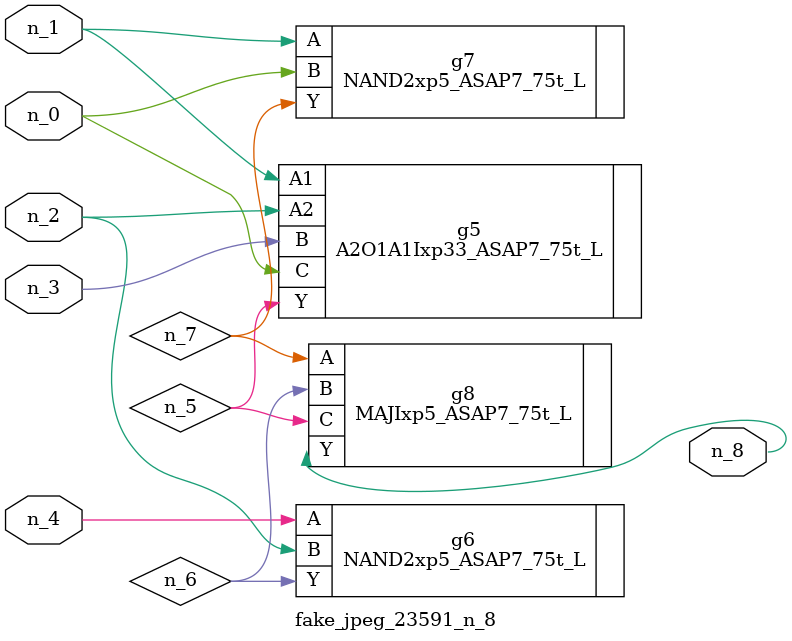
<source format=v>
module fake_jpeg_23591_n_8 (n_3, n_2, n_1, n_0, n_4, n_8);

input n_3;
input n_2;
input n_1;
input n_0;
input n_4;

output n_8;

wire n_6;
wire n_5;
wire n_7;

A2O1A1Ixp33_ASAP7_75t_L g5 ( 
.A1(n_1),
.A2(n_2),
.B(n_3),
.C(n_0),
.Y(n_5)
);

NAND2xp5_ASAP7_75t_L g6 ( 
.A(n_4),
.B(n_2),
.Y(n_6)
);

NAND2xp5_ASAP7_75t_L g7 ( 
.A(n_1),
.B(n_0),
.Y(n_7)
);

MAJIxp5_ASAP7_75t_L g8 ( 
.A(n_7),
.B(n_6),
.C(n_5),
.Y(n_8)
);


endmodule
</source>
